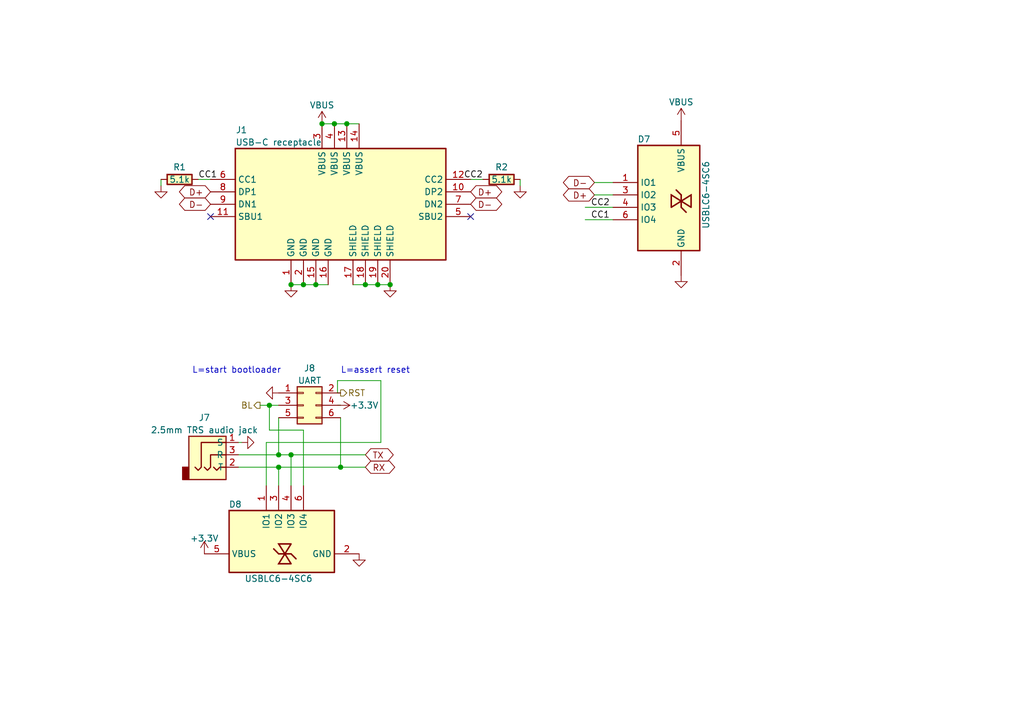
<source format=kicad_sch>
(kicad_sch (version 20230121) (generator eeschema)
  (paper "A5")
  (title_block (title "rSIM") (date "$date$") (rev "$version$.$revision$") (company "CuVoodoo") (comment 1 "King Kévin") (comment 2 "CERN-OHL-S") (comment 3 "USB and UART ports"))
  (lib_symbols
    (symbol "Connector_Audio:AudioJack3"
      (property "Reference" "J7" (at -1.905 7.62 0))
      (property "Value" "2.5mm TRS audio jack" (at -1.905 5.08 0))
      (symbol "AudioJack3_0_1"
        (rectangle (start -5.08 -5.08) (end -6.35 -2.54) (stroke (width 0.254)) (fill (type outline)))
        (polyline (pts (xy 0 -2.54) (xy 0.635 -3.175) (xy 1.27 -2.54) (xy 2.54 -2.54)) (stroke (width 0.254)))
        (polyline (pts (xy -1.905 -2.54) (xy -1.27 -3.175) (xy -0.635 -2.54) (xy -0.635 0) (xy 2.54 0)) (stroke (width 0.254)))
        (polyline (pts (xy 2.54 2.54) (xy -2.54 2.54) (xy -2.54 -2.54) (xy -3.175 -3.175) (xy -3.81 -2.54)) (stroke (width 0.254)))
        (rectangle (start 2.54 3.81) (end -5.08 -5.08) (stroke (width 0.254)) (fill (type background)))
      )
      (symbol "AudioJack3_1_1"
        (pin passive line (at 5.08 2.54 180) (length 2.54) (name "S") (number "1"))
        (pin passive line (at 5.08 -2.54 180) (length 2.54) (name "T") (number "2"))
        (pin passive line (at 5.08 0 180) (length 2.54) (name "R") (number "3"))
      )
    )
    (symbol "Connector_Generic:Conn_02x03_Odd_Even" (pin_names (offset 1.016) hide)
      (property "Reference" "J" (at 1.27 5.08 0))
      (property "Value" "Conn_02x03_Odd_Even" (at 1.27 -5.08 0))
      (symbol "Conn_02x03_Odd_Even_1_1"
        (rectangle (start -1.27 -2.413) (end 0 -2.667) (stroke (width 0.1524)))
        (rectangle (start -1.27 0.127) (end 0 -0.127) (stroke (width 0.1524)))
        (rectangle (start -1.27 2.667) (end 0 2.413) (stroke (width 0.1524)))
        (rectangle (start -1.27 3.81) (end 3.81 -3.81) (stroke (width 0.254)) (fill (type background)))
        (rectangle (start 3.81 -2.413) (end 2.54 -2.667) (stroke (width 0.1524)))
        (rectangle (start 3.81 0.127) (end 2.54 -0.127) (stroke (width 0.1524)))
        (rectangle (start 3.81 2.667) (end 2.54 2.413) (stroke (width 0.1524)))
        (pin passive line (at -5.08 2.54 0) (length 3.81) (name "Pin_1") (number "1"))
        (pin passive line (at 7.62 2.54 180) (length 3.81) (name "Pin_2") (number "2"))
        (pin passive line (at -5.08 0 0) (length 3.81) (name "Pin_3") (number "3"))
        (pin passive line (at 7.62 0 180) (length 3.81) (name "Pin_4") (number "4"))
        (pin passive line (at -5.08 -2.54 0) (length 3.81) (name "Pin_5") (number "5"))
        (pin passive line (at 7.62 -2.54 180) (length 3.81) (name "Pin_6") (number "6"))
      )
    )
    (symbol "VCC_1" (power) (pin_names (offset 0))
      (property "Value" "VCC_1" (at 0 3.81 0))
      (symbol "VCC_1_0_1"
        (polyline (pts (xy -0.762 1.27) (xy 0 2.54)))
        (polyline (pts (xy 0 0) (xy 0 2.54)))
        (polyline (pts (xy 0 2.54) (xy 0.762 1.27)))
      )
      (symbol "VCC_1_1_1"
        (pin power_in line (at 0 0 90) (length 0) hide (name "VBUS") (number "1"))
      )
    )
    (symbol "partdb:TVS/USBLC6-4SC6"
      (property "Reference" "D" (at 0 0.762 0))
      (property "Value" "USBLC6-4SC6" (at 9.652 -22.352 0))
      (symbol "TVS/USBLC6-4SC6_1_1"
        (polyline (pts (xy 8.89 -12.7) (xy 9.906 -13.716)) (stroke (width 0.305)))
        (polyline (pts (xy 8.89 -10.16) (xy 7.874 -9.144)) (stroke (width 0.305)))
        (polyline (pts (xy 8.89 -10.16) (xy 8.89 -12.7)) (stroke (width 0.305)))
        (polyline (pts (xy 6.858 -10.16) (xy 8.89 -11.43) (xy 6.858 -12.7) (xy 6.858 -10.16)) (stroke (width 0.305)) (fill (type background)))
        (polyline (pts (xy 10.922 -10.16) (xy 8.89 -11.43) (xy 10.922 -12.7) (xy 10.922 -10.16)) (stroke (width 0.305)) (fill (type background)))
        (rectangle (start 0 0) (end 12.7 -21.59) (stroke (width 0.305)) (fill (type background)))
        (pin passive line (at -5.08 -7.62 0) (length 5.08) (name "IO1") (number "1"))
        (pin power_in line (at 8.89 -26.67 90) (length 5.08) (name "GND") (number "2"))
        (pin passive line (at -5.08 -10.16 0) (length 5.08) (name "IO2") (number "3"))
        (pin passive line (at -5.08 -12.7 0) (length 5.08) (name "IO3") (number "4"))
        (pin power_in line (at 8.89 5.08 270) (length 5.08) (name "VBUS") (number "5"))
        (pin passive line (at -5.08 -15.24 0) (length 5.08) (name "IO4") (number "6"))
      )
    )
    (symbol "partdb:USB/TYPE-C-31-M-12"
      (property "Reference" "J" (at 0 0.762 0))
      (property "Value" "HRO_TYPE-C-31-M-12" (at 32.512 -23.622 0))
      (symbol "USB/TYPE-C-31-M-12_1_1"
        (rectangle (start 0 0) (end 43.18 -22.86) (stroke (width 0.305)) (fill (type background)))
        (pin power_in line (at 11.43 -27.94 90) (length 5.08) (name "GND") (number "1"))
        (pin bidirectional line (at 48.26 -8.89 180) (length 5.08) (name "DP2") (number "10"))
        (pin bidirectional line (at -5.08 -13.97 0) (length 5.08) (name "SBU1") (number "11"))
        (pin bidirectional line (at 48.26 -6.35 180) (length 5.08) (name "CC2") (number "12"))
        (pin power_in line (at 22.86 5.08 270) (length 5.08) (name "VBUS") (number "13"))
        (pin power_in line (at 25.4 5.08 270) (length 5.08) (name "VBUS") (number "14"))
        (pin power_in line (at 16.51 -27.94 90) (length 5.08) (name "GND") (number "15"))
        (pin power_in line (at 19.05 -27.94 90) (length 5.08) (name "GND") (number "16"))
        (pin passive line (at 24.13 -27.94 90) (length 5.08) (name "SHIELD") (number "17"))
        (pin passive line (at 26.67 -27.94 90) (length 5.08) (name "SHIELD") (number "18"))
        (pin passive line (at 29.21 -27.94 90) (length 5.08) (name "SHIELD") (number "19"))
        (pin power_in line (at 13.97 -27.94 90) (length 5.08) (name "GND") (number "2"))
        (pin passive line (at 31.75 -27.94 90) (length 5.08) (name "SHIELD") (number "20"))
        (pin power_in line (at 17.78 5.08 270) (length 5.08) (name "VBUS") (number "3"))
        (pin power_in line (at 20.32 5.08 270) (length 5.08) (name "VBUS") (number "4"))
        (pin bidirectional line (at 48.26 -13.97 180) (length 5.08) (name "SBU2") (number "5"))
        (pin bidirectional line (at -5.08 -6.35 0) (length 5.08) (name "CC1") (number "6"))
        (pin bidirectional line (at 48.26 -11.43 180) (length 5.08) (name "DN2") (number "7"))
        (pin bidirectional line (at -5.08 -8.89 0) (length 5.08) (name "DP1") (number "8"))
        (pin bidirectional line (at -5.08 -11.43 0) (length 5.08) (name "DN1") (number "9"))
      )
    )
    (symbol "partdb:resistor/R0603 5.1K 1%" (pin_numbers hide) (pin_names hide)
      (property "Reference" "R" (at 0 1.778 0))
      (property "Value" "R0603" (at 0 -1.778 0))
      (symbol "resistor/R0603 5.1K 1%_1_1"
        (rectangle (start -2.54 1.016) (end 2.54 -1.016) (stroke (width 0.305)) (fill (type background)))
        (pin passive line (at -3.81 0 0) (length 1.27) (name "L") (number "1"))
        (pin passive line (at 3.81 0 180) (length 1.27) (name "R") (number "2"))
      )
    )
    (symbol "power:+3.3V" (power) (pin_names (offset 0))
      (property "Value" "+3.3V" (at 0 3.556 0))
      (symbol "+3.3V_0_1"
        (polyline (pts (xy -0.762 1.27) (xy 0 2.54)))
        (polyline (pts (xy 0 0) (xy 0 2.54)))
        (polyline (pts (xy 0 2.54) (xy 0.762 1.27)))
      )
      (symbol "+3.3V_1_1"
        (pin power_in line (at 0 0 90) (length 0) hide (name "+3.3V") (number "1"))
      )
    )
    (symbol "power:GND" (power) (pin_names (offset 0))
      (property "Value" "GND" (at 0 -3.81 0))
      (symbol "GND_0_1"
        (polyline (pts (xy 0 0) (xy 0 -1.27) (xy 1.27 -1.27) (xy 0 -2.54) (xy -1.27 -1.27) (xy 0 -1.27)))
      )
      (symbol "GND_1_1"
        (pin power_in line (at 0 0 270) (length 0) hide (name "GND") (number "1"))
      )
    )
    (symbol "resistor/R0603 5.1K 1%_1" (pin_numbers hide) (pin_names hide)
      (property "Reference" "R" (at 0 1.778 0))
      (property "Value" "R0603" (at 0 -1.778 0))
      (symbol "resistor/R0603 5.1K 1%_1_1_1"
        (rectangle (start -2.54 1.016) (end 2.54 -1.016) (stroke (width 0.305)) (fill (type background)))
        (pin passive line (at -3.81 0 0) (length 1.27) (name "L") (number "1"))
        (pin passive line (at 3.81 0 180) (length 1.27) (name "R") (number "2"))
      )
    )
  )
  (junction (at 57.15 95.885))
  (junction (at 71.12 25.4))
  (junction (at 74.93 58.42))
  (junction (at 69.85 95.885))
  (junction (at 77.47 58.42))
  (junction (at 64.77 58.42))
  (junction (at 80.01 58.42))
  (junction (at 66.04 25.4))
  (junction (at 55.245 83.185))
  (junction (at 68.58 25.4))
  (junction (at 57.15 93.345))
  (junction (at 59.69 58.42))
  (junction (at 59.69 93.345))
  (junction (at 62.23 58.42))
  (no_connect (at 43.18 44.45))
  (no_connect (at 96.52 44.45))
  (wire (pts (xy 78.105 90.805) (xy 78.105 78.105)))
  (wire (pts (xy 57.15 85.725) (xy 57.15 93.345)))
  (wire (pts (xy 62.23 99.695) (xy 62.23 88.265)))
  (wire (pts (xy 125.73 45.085) (xy 120.015 45.085)))
  (wire (pts (xy 48.895 93.345) (xy 57.15 93.345)))
  (wire (pts (xy 68.58 25.4) (xy 71.12 25.4)))
  (wire (pts (xy 40.64 36.83) (xy 43.18 36.83)))
  (wire (pts (xy 64.77 58.42) (xy 67.31 58.42)))
  (wire (pts (xy 69.85 95.885) (xy 74.93 95.885)))
  (wire (pts (xy 33.02 38.1) (xy 33.02 36.83)))
  (wire (pts (xy 121.92 40.005) (xy 125.73 40.005)))
  (wire (pts (xy 66.04 25.4) (xy 68.58 25.4)))
  (wire (pts (xy 48.895 95.885) (xy 57.15 95.885)))
  (wire (pts (xy 77.47 58.42) (xy 80.01 58.42)))
  (wire (pts (xy 62.23 88.265) (xy 55.245 88.265)))
  (wire (pts (xy 62.23 58.42) (xy 64.77 58.42)))
  (wire (pts (xy 74.93 58.42) (xy 77.47 58.42)))
  (wire (pts (xy 57.15 93.345) (xy 59.69 93.345)))
  (wire (pts (xy 57.15 95.885) (xy 57.15 99.695)))
  (wire (pts (xy 106.68 38.1) (xy 106.68 36.83)))
  (wire (pts (xy 121.92 37.465) (xy 125.73 37.465)))
  (wire (pts (xy 54.61 90.805) (xy 78.105 90.805)))
  (wire (pts (xy 57.15 95.885) (xy 69.85 95.885)))
  (wire (pts (xy 48.895 90.805) (xy 49.53 90.805)))
  (wire (pts (xy 72.39 58.42) (xy 74.93 58.42)))
  (wire (pts (xy 69.215 80.645) (xy 69.85 80.645)))
  (wire (pts (xy 55.245 88.265) (xy 55.245 83.185)))
  (wire (pts (xy 69.215 78.105) (xy 78.105 78.105)))
  (wire (pts (xy 59.69 93.345) (xy 59.69 99.695)))
  (wire (pts (xy 54.61 99.695) (xy 54.61 90.805)))
  (wire (pts (xy 69.85 83.185) (xy 69.215 83.185)))
  (wire (pts (xy 69.215 80.645) (xy 69.215 78.105)))
  (wire (pts (xy 99.06 36.83) (xy 96.52 36.83)))
  (wire (pts (xy 53.34 83.185) (xy 55.245 83.185)))
  (wire (pts (xy 59.69 93.345) (xy 74.93 93.345)))
  (wire (pts (xy 125.73 42.545) (xy 120.015 42.545)))
  (wire (pts (xy 55.245 83.185) (xy 57.15 83.185)))
  (wire (pts (xy 71.12 25.4) (xy 73.66 25.4)))
  (wire (pts (xy 69.85 85.725) (xy 69.85 95.885)))
  (wire (pts (xy 59.69 58.42) (xy 62.23 58.42)))
  (text "L=assert reset" (at 69.85 76.835 0) (effects (font (size 1.27 1.27)) (justify left bottom)))
  (text "L=start bootloader" (at 39.37 76.835 0) (effects (font (size 1.27 1.27)) (justify left bottom)))
  (label "CC2" (at 99.06 36.83 180))
  (label "CC1" (at 125.095 45.085 180))
  (label "CC2" (at 125.095 42.545 180))
  (label "CC1" (at 40.64 36.83 0))
  (global_label "D-" (shape bidirectional) (at 96.52 41.91 0) (property "Intersheetrefs" "${INTERSHEET_REFS}" (effects hide)))
  (global_label "D-" (shape bidirectional) (at 121.92 37.465 180) (property "Intersheetrefs" "${INTERSHEET_REFS}" (effects hide)))
  (global_label "RX" (shape bidirectional) (at 74.93 95.885 0) (property "Intersheetrefs" "${INTERSHEET_REFS}" (effects hide)))
  (global_label "D+" (shape bidirectional) (at 96.52 39.37 0) (property "Intersheetrefs" "${INTERSHEET_REFS}" (effects hide)))
  (global_label "D+" (shape bidirectional) (at 121.92 40.005 180) (property "Intersheetrefs" "${INTERSHEET_REFS}" (effects hide)))
  (global_label "D+" (shape bidirectional) (at 43.18 39.37 180) (property "Intersheetrefs" "${INTERSHEET_REFS}" (effects hide)))
  (global_label "D-" (shape bidirectional) (at 43.18 41.91 180) (property "Intersheetrefs" "${INTERSHEET_REFS}" (effects hide)))
  (global_label "TX" (shape bidirectional) (at 74.93 93.345 0) (property "Intersheetrefs" "${INTERSHEET_REFS}" (effects hide)))
  (hierarchical_label "BL" (shape output) (at 53.34 83.185 180))
  (hierarchical_label "RST" (shape output) (at 69.85 80.645 0))
  (symbol (lib_id "partdb:TVS/USBLC6-4SC6") (at 130.81 29.845 0) (unit 1)
    (property "Reference" "D7" (at 132.08 28.575 0))
    (property "Value" "USBLC6-4SC6" (at 144.78 40.005 90))
    (property "Footprint" "qeda:SOT95P280X145-6N" (effects hide))
    (property "Datasheet" "https://www.st.com/resource/en/datasheet/usblc6-4.pdf" (effects hide))
    (property "qeda_part" "diode/tvs_st_usblc6-4" (effects hide))
    (property "qeda_variant" "sc6" (effects hide))
    (property "Description" "TVS 4-line" (effects hide))
    (property "LCSC" "C558419" (effects hide))
    (instances (project "rsim" (path "" (reference "D7") (unit 1)) (path "" (reference "D2") (unit 1))))
  )
  (symbol (lib_id "partdb:resistor/R0603 5.1K 1%") (at 102.87 36.83 0) (unit 1)
    (property "Reference" "R2" (at 102.87 34.29 0))
    (property "Value" "5.1k" (at 102.87 36.83 0))
    (property "Footprint" "qeda:UC1608X55N" (effects hide))
    (property "Datasheet" "resistor, chip, 1.6x0.8 mm" (effects hide))
    (property "qeda_part" "resistor/r0603" (effects hide))
    (property "JLCPCB_CORRECTION" "0;0;-90" (effects hide))
    (property "LCSC" "C23186" (effects hide))
    (property "Description" "5.1k ±1%" (effects hide))
    (property "name" "resistor, chip, 1.6x0.8 mm" (effects hide))
  )
  (symbol (lib_name "resistor/R0603 5.1K 1%_1") (lib_id "partdb:resistor/R0603 5.1K 1%") (at 36.83 36.83 0) (unit 1)
    (property "Reference" "R1" (at 36.83 34.29 0))
    (property "Value" "5.1k" (at 36.83 36.83 0))
    (property "Footprint" "qeda:UC1608X55N" (effects hide))
    (property "Datasheet" "resistor, chip, 1.6x0.8 mm" (effects hide))
    (property "qeda_part" "resistor/r0603" (effects hide))
    (property "JLCPCB_CORRECTION" "0;0;-90" (effects hide))
    (property "LCSC" "C23186" (effects hide))
    (property "Description" "5.1k ±1%" (effects hide))
    (property "name" "resistor, chip, 1.6x0.8 mm" (effects hide))
  )
  (symbol (lib_id "power:GND") (at 57.15 80.645 270) (mirror x) (unit 1)
    (property "Reference" "#PWR036" (effects hide))
    (property "Value" "GND" (effects hide))
    (instances (project "rsim" (path "" (reference "#PWR036") (unit 1)) (path "" (reference "#PWR04") (unit 1))))
  )
  (symbol (lib_id "power:GND") (at 80.01 58.42 0) (unit 1)
    (property "Reference" "#PWR013" (effects hide))
    (property "Value" "GND" (effects hide))
    (instances (project "rsim" (path "" (reference "#PWR013") (unit 1)) (path "" (reference "#PWR09") (unit 1))))
  )
  (symbol (lib_id "Connector_Audio:AudioJack3") (at 43.815 93.345 0) (unit 1)
    (property "Reference" "J7" (at 41.91 85.725 0))
    (property "Value" "2.5mm TRS audio jack" (at 41.91 88.265 0))
    (property "Footprint" "qeda:CONNECTOR_PJ-208-SMT" (effects hide))
    (instances (project "rsim" (path "" (reference "J7") (unit 1)) (path "" (reference "J1") (unit 1))))
  )
  (symbol (lib_name "VCC_1") (lib_id "power:VCC") (at 66.04 25.4 0) (unit 1)
    (property "Reference" "#PWR012" (effects hide))
    (property "Value" "VBUS" (at 66.04 21.59 0))
    (instances (project "rsim" (path "" (reference "#PWR012") (unit 1)) (path "" (reference "#PWR06") (unit 1))))
  )
  (symbol (lib_id "partdb:TVS/USBLC6-4SC6") (at 46.99 104.775 90) (mirror x) (unit 1)
    (property "Reference" "D8" (at 48.26 103.505 90))
    (property "Value" "USBLC6-4SC6" (at 57.15 118.745 90))
    (property "Footprint" "qeda:SOT95P280X145-6N" (effects hide))
    (property "Datasheet" "https://www.st.com/resource/en/datasheet/usblc6-4.pdf" (effects hide))
    (property "qeda_part" "diode/tvs_st_usblc6-4" (effects hide))
    (property "qeda_variant" "sc6" (effects hide))
    (property "Description" "TVS 4-line" (effects hide))
    (property "LCSC" "C558419" (effects hide))
    (instances (project "rsim" (path "" (reference "D8") (unit 1)) (path "" (reference "D1") (unit 1))))
  )
  (symbol (lib_name "VCC_1") (lib_id "power:VCC") (at 139.7 24.765 0) (unit 1)
    (property "Reference" "#PWR012" (effects hide))
    (property "Value" "VBUS" (at 139.7 20.955 0))
    (instances (project "rsim" (path "" (reference "#PWR012") (unit 1)) (path "" (reference "#PWR011") (unit 1))))
  )
  (symbol (lib_id "power:GND") (at 59.69 58.42 0) (unit 1)
    (property "Reference" "#PWR014" (effects hide))
    (property "Value" "GND" (effects hide))
    (instances (project "rsim" (path "" (reference "#PWR014") (unit 1)) (path "" (reference "#PWR05") (unit 1))))
  )
  (symbol (lib_id "power:GND") (at 139.7 56.515 0) (mirror y) (unit 1)
    (property "Reference" "#PWR033" (effects hide))
    (property "Value" "GND" (effects hide))
    (instances (project "rsim" (path "" (reference "#PWR033") (unit 1)) (path "" (reference "#PWR012") (unit 1))))
  )
  (symbol (lib_id "power:+3.3V") (at 69.215 83.185 270) (mirror x) (unit 1)
    (property "Reference" "#PWR035" (effects hide))
    (property "Value" "+3.3V" (at 71.755 83.185 90) (effects (justify left)))
    (instances (project "rsim" (path "" (reference "#PWR035") (unit 1)) (path "" (reference "#PWR07") (unit 1))))
  )
  (symbol (lib_id "power:GND") (at 73.66 113.665 0) (mirror y) (unit 1)
    (property "Reference" "#PWR018" (effects hide))
    (property "Value" "GND" (effects hide))
    (instances (project "rsim" (path "" (reference "#PWR018") (unit 1)) (path "" (reference "#PWR08") (unit 1))))
  )
  (symbol (lib_id "power:GND") (at 49.53 90.805 90) (mirror x) (unit 1)
    (property "Reference" "#PWR037" (effects hide))
    (property "Value" "GND" (effects hide))
    (instances (project "rsim" (path "" (reference "#PWR037") (unit 1)) (path "" (reference "#PWR03") (unit 1))))
  )
  (symbol (lib_id "power:+3.3V") (at 41.91 113.665 0) (mirror y) (unit 1)
    (property "Reference" "#PWR034" (effects hide))
    (property "Value" "+3.3V" (at 41.91 110.49 0))
    (instances (project "rsim" (path "" (reference "#PWR034") (unit 1)) (path "" (reference "#PWR02") (unit 1))))
  )
  (symbol (lib_id "power:GND") (at 106.68 38.1 0) (unit 1)
    (property "Reference" "#PWR015" (effects hide))
    (property "Value" "GND" (effects hide))
    (instances (project "rsim" (path "" (reference "#PWR015") (unit 1)) (path "" (reference "#PWR010") (unit 1))))
  )
  (symbol (lib_id "power:GND") (at 33.02 38.1 0) (unit 1)
    (property "Reference" "#PWR016" (effects hide))
    (property "Value" "GND" (effects hide))
    (instances (project "rsim" (path "" (reference "#PWR016") (unit 1)) (path "" (reference "#PWR01") (unit 1))))
  )
  (symbol (lib_id "partdb:USB/TYPE-C-31-M-12") (at 48.26 30.48 0) (unit 1)
    (property "Reference" "J1" (at 49.53 26.67 0))
    (property "Value" "USB-C receptacle" (at 57.15 29.21 0))
    (property "Footprint" "qeda:CONNECTOR_HRO_TYPE-C-31-M-12" (effects hide))
    (property "Datasheet" "https://datasheet.lcsc.com/lcsc/2205251630_Korean-Hroparts-Elec-TYPE-C-31-M-12_C165948.pdf" (effects hide))
    (property "qeda_part" "connector/usb-c_hro_type-c-31-m-12" (effects hide))
    (property "LCSC" "C165948" (effects hide))
    (property "Description" "USB-C receptacle 16p, SMD + 4 tabs" (effects hide))
    (instances (project "rsim" (path "" (reference "J1") (unit 1)) (path "" (reference "J2") (unit 1))))
  )
  (symbol (lib_id "Connector_Generic:Conn_02x03_Odd_Even") (at 62.23 83.185 0) (unit 1)
    (property "Reference" "J8" (at 63.5 75.565 0))
    (property "Value" "UART" (at 63.5 78.105 0))
    (property "Footprint" "Connector_IDC:IDC-Header_2x03_P2.54mm_Vertical" (effects hide))
    (property "LCSC" "C725775" (effects hide))
    (instances (project "rsim" (path "" (reference "J8") (unit 1)) (path "" (reference "J3") (unit 1))))
  )
)
</source>
